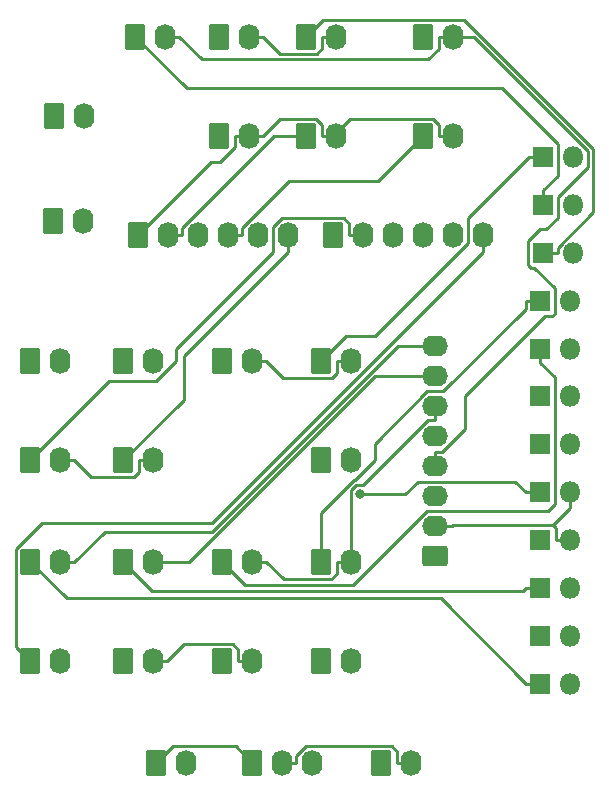
<source format=gbr>
%TF.GenerationSoftware,KiCad,Pcbnew,7.0.9*%
%TF.CreationDate,2023-12-04T06:36:33+10:00*%
%TF.ProjectId,CMSP NMSP,434d5350-204e-44d5-9350-2e6b69636164,rev?*%
%TF.SameCoordinates,Original*%
%TF.FileFunction,Copper,L2,Bot*%
%TF.FilePolarity,Positive*%
%FSLAX46Y46*%
G04 Gerber Fmt 4.6, Leading zero omitted, Abs format (unit mm)*
G04 Created by KiCad (PCBNEW 7.0.9) date 2023-12-04 06:36:33*
%MOMM*%
%LPD*%
G01*
G04 APERTURE LIST*
G04 Aperture macros list*
%AMRoundRect*
0 Rectangle with rounded corners*
0 $1 Rounding radius*
0 $2 $3 $4 $5 $6 $7 $8 $9 X,Y pos of 4 corners*
0 Add a 4 corners polygon primitive as box body*
4,1,4,$2,$3,$4,$5,$6,$7,$8,$9,$2,$3,0*
0 Add four circle primitives for the rounded corners*
1,1,$1+$1,$2,$3*
1,1,$1+$1,$4,$5*
1,1,$1+$1,$6,$7*
1,1,$1+$1,$8,$9*
0 Add four rect primitives between the rounded corners*
20,1,$1+$1,$2,$3,$4,$5,0*
20,1,$1+$1,$4,$5,$6,$7,0*
20,1,$1+$1,$6,$7,$8,$9,0*
20,1,$1+$1,$8,$9,$2,$3,0*%
G04 Aperture macros list end*
%TA.AperFunction,ComponentPad*%
%ADD10RoundRect,0.250000X-0.620000X-0.845000X0.620000X-0.845000X0.620000X0.845000X-0.620000X0.845000X0*%
%TD*%
%TA.AperFunction,ComponentPad*%
%ADD11O,1.740000X2.190000*%
%TD*%
%TA.AperFunction,ComponentPad*%
%ADD12RoundRect,0.250000X0.845000X-0.620000X0.845000X0.620000X-0.845000X0.620000X-0.845000X-0.620000X0*%
%TD*%
%TA.AperFunction,ComponentPad*%
%ADD13O,2.190000X1.740000*%
%TD*%
%TA.AperFunction,ComponentPad*%
%ADD14R,1.800000X1.800000*%
%TD*%
%TA.AperFunction,ComponentPad*%
%ADD15O,1.800000X1.800000*%
%TD*%
%TA.AperFunction,ViaPad*%
%ADD16C,0.800000*%
%TD*%
%TA.AperFunction,Conductor*%
%ADD17C,0.250000*%
%TD*%
G04 APERTURE END LIST*
D10*
%TO.P,SW12,1,1*%
%TO.N,Net-(D14-K)*%
X108458000Y-92964000D03*
D11*
%TO.P,SW12,2,2*%
%TO.N,/ROW11*%
X110998000Y-92964000D03*
%TD*%
D10*
%TO.P,SW11,1,1*%
%TO.N,Net-(D13-K)*%
X108458000Y-75946000D03*
D11*
%TO.P,SW11,2,2*%
%TO.N,/ROW11*%
X110998000Y-75946000D03*
%TD*%
D10*
%TO.P,SW9,1,1*%
%TO.N,Net-(D10-K)*%
X116332000Y-75926000D03*
D11*
%TO.P,SW9,2,2*%
%TO.N,/ROW10*%
X118872000Y-75926000D03*
%TD*%
D10*
%TO.P,SW5,1,A*%
%TO.N,Net-(D5-K)*%
X124714000Y-75946000D03*
D11*
%TO.P,SW5,2,B*%
%TO.N,/ROW8*%
X127254000Y-75946000D03*
%TD*%
D10*
%TO.P,SW3,1,1*%
%TO.N,Net-(D3-K)*%
X133096000Y-92964000D03*
D11*
%TO.P,SW3,2,2*%
%TO.N,/ROW9*%
X135636000Y-92964000D03*
%TD*%
D10*
%TO.P,SW2,1,1*%
%TO.N,Net-(D2-K)*%
X133096000Y-75946000D03*
D11*
%TO.P,SW2,2,2*%
%TO.N,/ROW8*%
X135636000Y-75946000D03*
%TD*%
D10*
%TO.P,SW1,1,1*%
%TO.N,Net-(D1-K)*%
X131826000Y-48494000D03*
D11*
%TO.P,SW1,2,2*%
%TO.N,/ROW6*%
X134366000Y-48494000D03*
%TD*%
D10*
%TO.P,LA10,1,-*%
%TO.N,/ILS*%
X108458000Y-101366000D03*
D11*
%TO.P,LA10,2,+*%
%TO.N,/+12V*%
X110998000Y-101366000D03*
%TD*%
D10*
%TO.P,LA9,1,-*%
%TO.N,/TISL*%
X108458000Y-84328000D03*
D11*
%TO.P,LA9,2,+*%
%TO.N,/+12V*%
X110998000Y-84328000D03*
%TD*%
D10*
%TO.P,LA8,1,-*%
%TO.N,/EGI*%
X116332000Y-84348000D03*
D11*
%TO.P,LA8,2,+*%
%TO.N,/+12V*%
X118872000Y-84348000D03*
%TD*%
D10*
%TO.P,LA7,1,-*%
%TO.N,/TCN*%
X116332000Y-101366000D03*
D11*
%TO.P,LA7,2,+*%
%TO.N,/+12V*%
X118872000Y-101366000D03*
%TD*%
D10*
%TO.P,LA6,1,-*%
%TO.N,/ANCHR*%
X124714000Y-101366000D03*
D11*
%TO.P,LA6,2,+*%
%TO.N,/+12V*%
X127254000Y-101366000D03*
%TD*%
D10*
%TO.P,LA5,1,-*%
%TO.N,/MISSLE LAUNCH*%
X141732000Y-56916000D03*
D11*
%TO.P,LA5,2,+*%
%TO.N,/+12V*%
X144272000Y-56916000D03*
%TD*%
D10*
%TO.P,LA4,1,-*%
%TO.N,/SEP*%
X124460000Y-56916000D03*
D11*
%TO.P,LA4,2,+*%
%TO.N,/+12V*%
X127000000Y-56916000D03*
%TD*%
D10*
%TO.P,LA3,1,-*%
%TO.N,/STR PT*%
X133096000Y-101346000D03*
D11*
%TO.P,LA3,2,+*%
%TO.N,/+12V*%
X135636000Y-101346000D03*
%TD*%
D10*
%TO.P,LA2,1,-*%
%TO.N,/HARS*%
X133096000Y-84348000D03*
D11*
%TO.P,LA2,2,+*%
%TO.N,/+12V*%
X135636000Y-84348000D03*
%TD*%
D10*
%TO.P,LA1,1,-*%
%TO.N,/PRI*%
X131826000Y-56916000D03*
D11*
%TO.P,LA1,2,+*%
%TO.N,/+12V*%
X134366000Y-56916000D03*
%TD*%
D12*
%TO.P,J6,1,Pin_1*%
%TO.N,/COL4*%
X142748000Y-92456000D03*
D13*
%TO.P,J6,2,Pin_2*%
%TO.N,/COL5*%
X142748000Y-89916000D03*
%TO.P,J6,3,Pin_3*%
%TO.N,/ROW6*%
X142748000Y-87376000D03*
%TO.P,J6,4,Pin_4*%
%TO.N,/ROW7*%
X142748000Y-84836000D03*
%TO.P,J6,5,Pin_5*%
%TO.N,/ROW8*%
X142748000Y-82296000D03*
%TO.P,J6,6,Pin_6*%
%TO.N,/ROW9*%
X142748000Y-79756000D03*
%TO.P,J6,7,Pin_7*%
%TO.N,/ROW10*%
X142748000Y-77216000D03*
%TO.P,J6,8,Pin_8*%
%TO.N,/ROW11*%
X142748000Y-74676000D03*
%TD*%
D10*
%TO.P,J5,1,Pin_1*%
%TO.N,/+12V*%
X134112000Y-65278000D03*
D11*
%TO.P,J5,2,Pin_2*%
%TO.N,/TISL*%
X136652000Y-65278000D03*
%TO.P,J5,3,Pin_3*%
%TO.N,/STR PT*%
X139192000Y-65278000D03*
%TO.P,J5,4,Pin_4*%
%TO.N,/ANCHR*%
X141732000Y-65278000D03*
%TO.P,J5,5,Pin_5*%
%TO.N,/TCN*%
X144272000Y-65278000D03*
%TO.P,J5,6,Pin_6*%
%TO.N,/ILS*%
X146812000Y-65278000D03*
%TD*%
D10*
%TO.P,J4,1,Pin_1*%
%TO.N,/+12V*%
X117602000Y-65278000D03*
D11*
%TO.P,J4,2,Pin_2*%
%TO.N,/PRI*%
X120142000Y-65278000D03*
%TO.P,J4,3,Pin_3*%
%TO.N,/SEP*%
X122682000Y-65278000D03*
%TO.P,J4,4,Pin_4*%
%TO.N,/MISSLE LAUNCH*%
X125222000Y-65278000D03*
%TO.P,J4,5,Pin_5*%
%TO.N,/HARS*%
X127762000Y-65278000D03*
%TO.P,J4,6,Pin_6*%
%TO.N,/EGI*%
X130302000Y-65278000D03*
%TD*%
D10*
%TO.P,J3,1,Pin_1*%
%TO.N,Net-(D12-K)*%
X127254000Y-109962000D03*
D11*
%TO.P,J3,2,Pin_2*%
%TO.N,Net-(D12-A)*%
X129794000Y-109962000D03*
%TO.P,J3,3,Pin_3*%
%TO.N,Net-(D8-K)*%
X132334000Y-109962000D03*
%TD*%
D14*
%TO.P,D14,1,K*%
%TO.N,Net-(D14-K)*%
X151638000Y-103242000D03*
D15*
%TO.P,D14,2,A*%
%TO.N,/COL5*%
X154178000Y-103242000D03*
%TD*%
D14*
%TO.P,D13,1,K*%
%TO.N,Net-(D13-K)*%
X151638000Y-99190400D03*
D15*
%TO.P,D13,2,A*%
%TO.N,/COL4*%
X154178000Y-99190400D03*
%TD*%
D10*
%TO.P,D12,1,K*%
%TO.N,Net-(D12-K)*%
X119126000Y-109982000D03*
D11*
%TO.P,D12,2,A*%
%TO.N,Net-(D12-A)*%
X121666000Y-109982000D03*
%TD*%
D14*
%TO.P,D11,1,K*%
%TO.N,Net-(D11-K)*%
X151638000Y-95138700D03*
D15*
%TO.P,D11,2,A*%
%TO.N,/COL5*%
X154178000Y-95138700D03*
%TD*%
D10*
%TO.P,D8,1,K*%
%TO.N,Net-(D8-K)*%
X138176000Y-109982000D03*
D11*
%TO.P,D8,2,A*%
%TO.N,Net-(D12-A)*%
X140716000Y-109982000D03*
%TD*%
D10*
%TO.P,SW10,1,1*%
%TO.N,Net-(D11-K)*%
X116332000Y-92964000D03*
D11*
%TO.P,SW10,2,2*%
%TO.N,/ROW10*%
X118872000Y-92964000D03*
%TD*%
D14*
%TO.P,D4,1,K*%
%TO.N,Net-(D4-K)*%
X151638000Y-91087100D03*
D15*
%TO.P,D4,2,A*%
%TO.N,/COL5*%
X154178000Y-91087100D03*
%TD*%
D10*
%TO.P,SW6,1,1*%
%TO.N,Net-(D6-K)*%
X141732000Y-48514000D03*
D11*
%TO.P,SW6,2,2*%
%TO.N,/ROW7*%
X144272000Y-48514000D03*
%TD*%
D14*
%TO.P,D10,1,K*%
%TO.N,Net-(D10-K)*%
X151638000Y-78932200D03*
D15*
%TO.P,D10,2,A*%
%TO.N,/COL4*%
X154178000Y-78932200D03*
%TD*%
D14*
%TO.P,D7,1,K*%
%TO.N,Net-(D7-K)*%
X151638000Y-74880500D03*
D15*
%TO.P,D7,2,A*%
%TO.N,/COL5*%
X154178000Y-74880500D03*
%TD*%
D10*
%TO.P,J2,1,Pin_1*%
%TO.N,Net-(J1-Pin_1)*%
X110390000Y-64110000D03*
D11*
%TO.P,J2,2,Pin_2*%
%TO.N,Net-(J1-Pin_2)*%
X112930000Y-64110000D03*
%TD*%
D14*
%TO.P,D9,1,K*%
%TO.N,Net-(D9-K)*%
X151892000Y-62725600D03*
D15*
%TO.P,D9,2,A*%
%TO.N,/COL4*%
X154432000Y-62725600D03*
%TD*%
D10*
%TO.P,SW8,1,1*%
%TO.N,Net-(D9-K)*%
X117348000Y-48494000D03*
D11*
%TO.P,SW8,2,2*%
%TO.N,/ROW7*%
X119888000Y-48494000D03*
%TD*%
D14*
%TO.P,D3,1,K*%
%TO.N,Net-(D3-K)*%
X151638000Y-70828900D03*
D15*
%TO.P,D3,2,A*%
%TO.N,/COL4*%
X154178000Y-70828900D03*
%TD*%
D14*
%TO.P,D6,1,K*%
%TO.N,Net-(D6-K)*%
X151638000Y-82983800D03*
D15*
%TO.P,D6,2,A*%
%TO.N,/COL5*%
X154178000Y-82983800D03*
%TD*%
D14*
%TO.P,D5,1,K*%
%TO.N,Net-(D5-K)*%
X151638000Y-87035500D03*
D15*
%TO.P,D5,2,A*%
%TO.N,/COL5*%
X154178000Y-87035500D03*
%TD*%
D14*
%TO.P,D1,1,K*%
%TO.N,Net-(D1-K)*%
X151892000Y-66777300D03*
D15*
%TO.P,D1,2,A*%
%TO.N,/COL4*%
X154432000Y-66777300D03*
%TD*%
D10*
%TO.P,J1,1,Pin_1*%
%TO.N,Net-(J1-Pin_1)*%
X110450000Y-55170000D03*
D11*
%TO.P,J1,2,Pin_2*%
%TO.N,Net-(J1-Pin_2)*%
X112990000Y-55170000D03*
%TD*%
D10*
%TO.P,SW4,1,1*%
%TO.N,Net-(D4-K)*%
X124460000Y-48494000D03*
D11*
%TO.P,SW4,2,2*%
%TO.N,/ROW6*%
X127000000Y-48494000D03*
%TD*%
D10*
%TO.P,SW7,1,1*%
%TO.N,Net-(D7-K)*%
X124714000Y-92964000D03*
D11*
%TO.P,SW7,2,2*%
%TO.N,/ROW9*%
X127254000Y-92964000D03*
%TD*%
D15*
%TO.P,D2,2,A*%
%TO.N,/COL4*%
X154432000Y-58674000D03*
D14*
%TO.P,D2,1,K*%
%TO.N,Net-(D2-K)*%
X151892000Y-58674000D03*
%TD*%
D16*
%TO.N,Net-(D5-K)*%
X136351800Y-87200700D03*
%TD*%
D17*
%TO.N,/ROW11*%
X110998000Y-92964000D02*
X112193300Y-92964000D01*
X139577900Y-74676000D02*
X142748000Y-74676000D01*
X123880500Y-90373400D02*
X139577900Y-74676000D01*
X114783900Y-90373400D02*
X123880500Y-90373400D01*
X112193300Y-92964000D02*
X114783900Y-90373400D01*
%TO.N,/ROW10*%
X137674800Y-77216000D02*
X142748000Y-77216000D01*
X121926800Y-92964000D02*
X137674800Y-77216000D01*
X118872000Y-92964000D02*
X121926800Y-92964000D01*
%TO.N,/ILS*%
X107255600Y-100163600D02*
X108458000Y-101366000D01*
X107255600Y-91870500D02*
X107255600Y-100163600D01*
X109446000Y-89680100D02*
X107255600Y-91870500D01*
X123841500Y-89680100D02*
X109446000Y-89680100D01*
X146812000Y-66709600D02*
X123841500Y-89680100D01*
X146812000Y-65278000D02*
X146812000Y-66709600D01*
%TO.N,/TISL*%
X115141600Y-77644400D02*
X108458000Y-84328000D01*
X119117200Y-77644400D02*
X115141600Y-77644400D01*
X120842200Y-75919400D02*
X119117200Y-77644400D01*
X120842200Y-74888200D02*
X120842200Y-75919400D01*
X129032000Y-66698400D02*
X120842200Y-74888200D01*
X129032000Y-64561400D02*
X129032000Y-66698400D01*
X129737100Y-63856300D02*
X129032000Y-64561400D01*
X135006200Y-63856300D02*
X129737100Y-63856300D01*
X135456700Y-64306800D02*
X135006200Y-63856300D01*
X135456700Y-65278000D02*
X135456700Y-64306800D01*
X136652000Y-65278000D02*
X135456700Y-65278000D01*
%TO.N,/EGI*%
X130302000Y-65278000D02*
X130302000Y-66698300D01*
X121451600Y-75548700D02*
X130302000Y-66698300D01*
X121451600Y-79228400D02*
X121451600Y-75548700D01*
X116332000Y-84348000D02*
X121451600Y-79228400D01*
%TO.N,/MISSLE LAUNCH*%
X137942600Y-60705400D02*
X141732000Y-56916000D01*
X130392300Y-60705400D02*
X137942600Y-60705400D01*
X126417300Y-64680400D02*
X130392300Y-60705400D01*
X126417300Y-65278000D02*
X126417300Y-64680400D01*
X125222000Y-65278000D02*
X126417300Y-65278000D01*
%TO.N,/PRI*%
X129101700Y-56916000D02*
X131826000Y-56916000D01*
X121337300Y-64680400D02*
X129101700Y-56916000D01*
X121337300Y-65278000D02*
X121337300Y-64680400D01*
X120142000Y-65278000D02*
X121337300Y-65278000D01*
%TO.N,/+12V*%
X125804700Y-57852300D02*
X125804700Y-56916000D01*
X124569700Y-59087300D02*
X125804700Y-57852300D01*
X123792700Y-59087300D02*
X124569700Y-59087300D01*
X117602000Y-65278000D02*
X123792700Y-59087300D01*
X127000000Y-56916000D02*
X125804700Y-56916000D01*
X129650600Y-55460700D02*
X128195300Y-56916000D01*
X132686600Y-55460700D02*
X129650600Y-55460700D01*
X133170700Y-55944800D02*
X132686600Y-55460700D01*
X133170700Y-56916000D02*
X133170700Y-55944800D01*
X127000000Y-56916000D02*
X128195300Y-56916000D01*
X134366000Y-56916000D02*
X134076800Y-56916000D01*
X134076800Y-56916000D02*
X133170700Y-56916000D01*
X143076700Y-55944800D02*
X143076700Y-56916000D01*
X142585300Y-55453400D02*
X143076700Y-55944800D01*
X135539400Y-55453400D02*
X142585300Y-55453400D01*
X134076800Y-56916000D02*
X135539400Y-55453400D01*
X144272000Y-56916000D02*
X143076700Y-56916000D01*
X113648200Y-85782900D02*
X112193300Y-84328000D01*
X117213000Y-85782900D02*
X113648200Y-85782900D01*
X117676700Y-85319200D02*
X117213000Y-85782900D01*
X117676700Y-84348000D02*
X117676700Y-85319200D01*
X118872000Y-84348000D02*
X117676700Y-84348000D01*
X110998000Y-84328000D02*
X112193300Y-84328000D01*
X126058700Y-100394800D02*
X126058700Y-101366000D01*
X125590200Y-99926300D02*
X126058700Y-100394800D01*
X121507000Y-99926300D02*
X125590200Y-99926300D01*
X120067300Y-101366000D02*
X121507000Y-99926300D01*
X118872000Y-101366000D02*
X120067300Y-101366000D01*
X127254000Y-101366000D02*
X126058700Y-101366000D01*
%TO.N,Net-(D14-K)*%
X151638000Y-103242000D02*
X150412700Y-103242000D01*
X143209900Y-96039200D02*
X150412700Y-103242000D01*
X111533200Y-96039200D02*
X143209900Y-96039200D01*
X108458000Y-92964000D02*
X111533200Y-96039200D01*
%TO.N,Net-(D12-K)*%
X120551600Y-108556400D02*
X119126000Y-109982000D01*
X125848400Y-108556400D02*
X120551600Y-108556400D01*
X127254000Y-109962000D02*
X125848400Y-108556400D01*
%TO.N,Net-(D11-K)*%
X150160200Y-95391200D02*
X150412700Y-95138700D01*
X118759200Y-95391200D02*
X150160200Y-95391200D01*
X116332000Y-92964000D02*
X118759200Y-95391200D01*
X151638000Y-95138700D02*
X150412700Y-95138700D01*
%TO.N,Net-(D12-A)*%
X130989300Y-109344200D02*
X130989300Y-109962000D01*
X131794000Y-108539500D02*
X130989300Y-109344200D01*
X139049400Y-108539500D02*
X131794000Y-108539500D01*
X139520700Y-109010800D02*
X139049400Y-108539500D01*
X139520700Y-109982000D02*
X139520700Y-109010800D01*
X140716000Y-109982000D02*
X139520700Y-109982000D01*
X129794000Y-109962000D02*
X130989300Y-109962000D01*
%TO.N,/COL5*%
X154178000Y-91087100D02*
X152952700Y-91087100D01*
X142748000Y-89916000D02*
X144168300Y-89916000D01*
X154178000Y-88406600D02*
X152722900Y-89861700D01*
X154178000Y-87035500D02*
X154178000Y-88406600D01*
X152952700Y-90091500D02*
X152722900Y-89861700D01*
X152952700Y-91087100D02*
X152952700Y-90091500D01*
X144222600Y-89861700D02*
X144168300Y-89916000D01*
X152722900Y-89861700D02*
X144222600Y-89861700D01*
%TO.N,/ROW6*%
X133170700Y-49465200D02*
X133170700Y-48494000D01*
X132707800Y-49928100D02*
X133170700Y-49465200D01*
X129629400Y-49928100D02*
X132707800Y-49928100D01*
X128195300Y-48494000D02*
X129629400Y-49928100D01*
X127000000Y-48494000D02*
X128195300Y-48494000D01*
X134366000Y-48494000D02*
X133170700Y-48494000D01*
%TO.N,Net-(D9-K)*%
X151892000Y-62725600D02*
X151892000Y-61500300D01*
X153117400Y-60274900D02*
X151892000Y-61500300D01*
X153117400Y-57590000D02*
X153117400Y-60274900D01*
X148382700Y-52855300D02*
X153117400Y-57590000D01*
X121709300Y-52855300D02*
X148382700Y-52855300D01*
X117348000Y-48494000D02*
X121709300Y-52855300D01*
%TO.N,Net-(D7-K)*%
X126663600Y-94913600D02*
X124714000Y-92964000D01*
X135793000Y-94913600D02*
X126663600Y-94913600D01*
X142060600Y-88646000D02*
X135793000Y-94913600D01*
X152292300Y-88646000D02*
X142060600Y-88646000D01*
X152863400Y-88074900D02*
X152292300Y-88646000D01*
X152863400Y-77331200D02*
X152863400Y-88074900D01*
X151638000Y-76105800D02*
X152863400Y-77331200D01*
X151638000Y-74880500D02*
X151638000Y-76105800D01*
%TO.N,Net-(D5-K)*%
X140232900Y-87200700D02*
X136351800Y-87200700D01*
X141269500Y-86164100D02*
X140232900Y-87200700D01*
X149541300Y-86164100D02*
X141269500Y-86164100D01*
X150412700Y-87035500D02*
X149541300Y-86164100D01*
X151638000Y-87035500D02*
X150412700Y-87035500D01*
%TO.N,/ROW9*%
X134440700Y-93935200D02*
X134440700Y-92964000D01*
X133951700Y-94424200D02*
X134440700Y-93935200D01*
X129909500Y-94424200D02*
X133951700Y-94424200D01*
X128449300Y-92964000D02*
X129909500Y-94424200D01*
X127254000Y-92964000D02*
X128449300Y-92964000D01*
X135636000Y-92964000D02*
X134440700Y-92964000D01*
X142748000Y-79756000D02*
X142748000Y-80951300D01*
X135626500Y-91534200D02*
X135636000Y-91543700D01*
X135626500Y-86900300D02*
X135626500Y-91534200D01*
X136051400Y-86475400D02*
X135626500Y-86900300D01*
X136603300Y-86475400D02*
X136051400Y-86475400D01*
X142127400Y-80951300D02*
X136603300Y-86475400D01*
X142748000Y-80951300D02*
X142127400Y-80951300D01*
X135636000Y-92964000D02*
X135636000Y-91543700D01*
%TO.N,/ROW8*%
X129877500Y-77374200D02*
X128449300Y-75946000D01*
X133983700Y-77374200D02*
X129877500Y-77374200D01*
X134440700Y-76917200D02*
X133983700Y-77374200D01*
X134440700Y-75946000D02*
X134440700Y-76917200D01*
X135636000Y-75946000D02*
X134440700Y-75946000D01*
X127254000Y-75946000D02*
X128449300Y-75946000D01*
%TO.N,Net-(D3-K)*%
X151638000Y-70828900D02*
X150412700Y-70828900D01*
X133096000Y-88793900D02*
X133096000Y-92964000D01*
X135864800Y-86025100D02*
X133096000Y-88793900D01*
X135950200Y-86025100D02*
X135864800Y-86025100D01*
X137630000Y-84345300D02*
X135950200Y-86025100D01*
X137630000Y-82946800D02*
X137630000Y-84345300D01*
X142090800Y-78486000D02*
X137630000Y-82946800D01*
X143444800Y-78486000D02*
X142090800Y-78486000D01*
X150412700Y-71518100D02*
X143444800Y-78486000D01*
X150412700Y-70828900D02*
X150412700Y-71518100D01*
%TO.N,/ROW7*%
X143345600Y-83640700D02*
X142748000Y-83640700D01*
X145303300Y-81683000D02*
X143345600Y-83640700D01*
X145303300Y-78922500D02*
X145303300Y-81683000D01*
X152070700Y-72155100D02*
X145303300Y-78922500D01*
X152623500Y-72155100D02*
X152070700Y-72155100D01*
X152863400Y-71915200D02*
X152623500Y-72155100D01*
X152863400Y-69793600D02*
X152863400Y-71915200D01*
X151117100Y-68047300D02*
X152863400Y-69793600D01*
X150894200Y-68047300D02*
X151117100Y-68047300D01*
X150637900Y-67791000D02*
X150894200Y-68047300D01*
X150637900Y-65769100D02*
X150637900Y-67791000D01*
X151604800Y-64802200D02*
X150637900Y-65769100D01*
X152146800Y-64802200D02*
X151604800Y-64802200D01*
X153117400Y-63831600D02*
X152146800Y-64802200D01*
X153117400Y-62040000D02*
X153117400Y-63831600D01*
X155667700Y-59489700D02*
X153117400Y-62040000D01*
X155667700Y-58174200D02*
X155667700Y-59489700D01*
X146007500Y-48514000D02*
X155667700Y-58174200D01*
X145467300Y-48514000D02*
X146007500Y-48514000D01*
X144272000Y-48514000D02*
X145467300Y-48514000D01*
X142748000Y-84836000D02*
X142748000Y-83640700D01*
X143076700Y-49485200D02*
X143076700Y-48514000D01*
X142170600Y-50391300D02*
X143076700Y-49485200D01*
X122980600Y-50391300D02*
X142170600Y-50391300D01*
X121083300Y-48494000D02*
X122980600Y-50391300D01*
X119888000Y-48494000D02*
X121083300Y-48494000D01*
X144272000Y-48514000D02*
X143076700Y-48514000D01*
%TO.N,Net-(D1-K)*%
X151892000Y-66777300D02*
X153117300Y-66777300D01*
X133264900Y-47055100D02*
X131826000Y-48494000D01*
X145190300Y-47055100D02*
X133264900Y-47055100D01*
X156118000Y-57982800D02*
X145190300Y-47055100D01*
X156118000Y-63346300D02*
X156118000Y-57982800D01*
X153117300Y-66347000D02*
X156118000Y-63346300D01*
X153117300Y-66777300D02*
X153117300Y-66347000D01*
%TO.N,Net-(D2-K)*%
X135200100Y-73841900D02*
X133096000Y-75946000D01*
X137623600Y-73841900D02*
X135200100Y-73841900D01*
X145542000Y-65923500D02*
X137623600Y-73841900D01*
X145542000Y-63798700D02*
X145542000Y-65923500D01*
X150666700Y-58674000D02*
X145542000Y-63798700D01*
X151892000Y-58674000D02*
X150666700Y-58674000D01*
%TD*%
M02*

</source>
